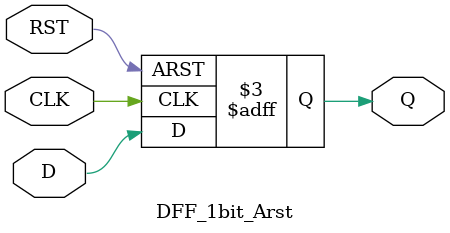
<source format=v>
`timescale 1ns / 1ps
module DFF_1bit_Arst(CLK, RST, D, Q
    );
input CLK, RST, D;

output Q;
reg Q;

//-- body

always @ (posedge RST, posedge CLK)
begin
	if (RST == 1)
	begin
		Q = 0;
	end
	else 
	begin
		Q = D;
	end
end

endmodule

</source>
